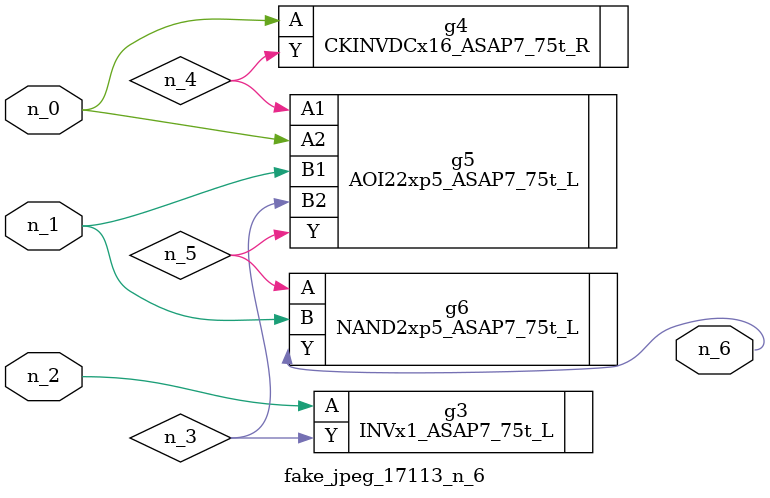
<source format=v>
module fake_jpeg_17113_n_6 (n_0, n_2, n_1, n_6);

input n_0;
input n_2;
input n_1;

output n_6;

wire n_3;
wire n_4;
wire n_5;

INVx1_ASAP7_75t_L g3 ( 
.A(n_2),
.Y(n_3)
);

CKINVDCx16_ASAP7_75t_R g4 ( 
.A(n_0),
.Y(n_4)
);

AOI22xp5_ASAP7_75t_L g5 ( 
.A1(n_4),
.A2(n_0),
.B1(n_1),
.B2(n_3),
.Y(n_5)
);

NAND2xp5_ASAP7_75t_L g6 ( 
.A(n_5),
.B(n_1),
.Y(n_6)
);


endmodule
</source>
